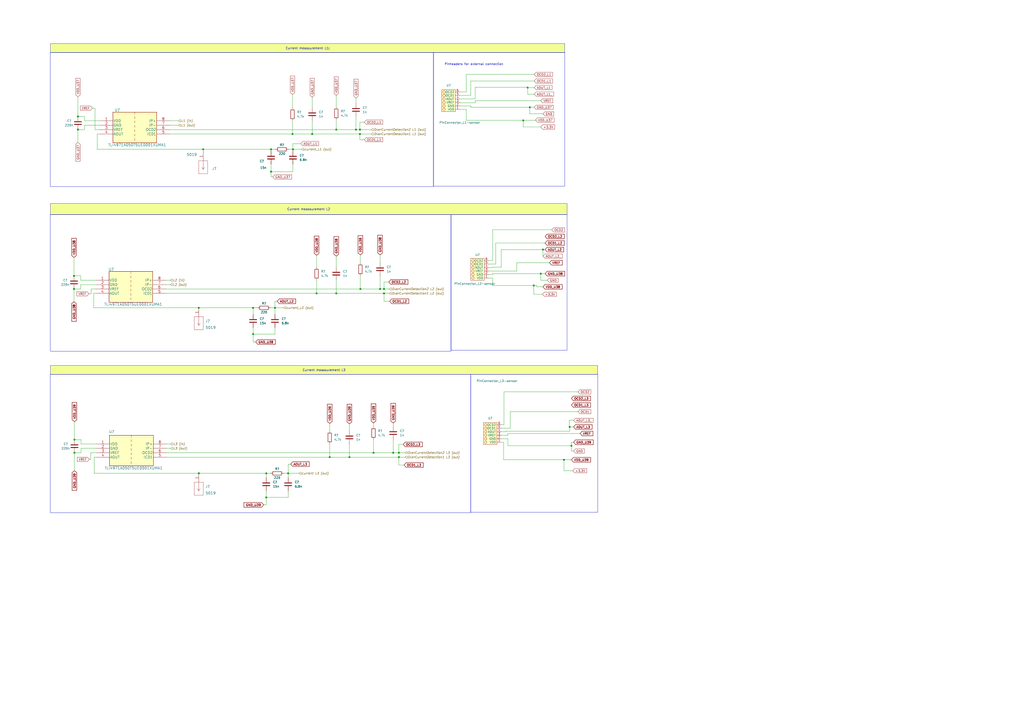
<source format=kicad_sch>
(kicad_sch (version 20231120) (generator "eeschema") (generator_version "8.0")
  (paper "A2")
  (title_block (title "3-phase DC/AC converter with SV-PWM") (date "2023-03-16") (rev "V. 1.1") (comment 1 "Ingrid Hovland") (comment 2 "Eirik Skorve Haugland") (comment 3 "Marius Englund"))
  (lib_symbols
    (symbol "Device:C" (pin_numbers hide) (pin_names (offset 0.254))
      (property "Reference" "C" (at 0.635 2.54 0))
      (property "Value" "C" (at 0.635 -2.54 0))
      (symbol "C_0_1"
        (polyline (pts (xy -2.032 -0.762) (xy 2.032 -0.762)) (stroke (width 0.508)))
        (polyline (pts (xy -2.032 0.762) (xy 2.032 0.762)) (stroke (width 0.508)))
      )
      (symbol "C_1_1"
        (pin passive line (at 0 3.81 270) (length 2.794) (name "~") (number "1"))
        (pin passive line (at 0 -3.81 90) (length 2.794) (name "~") (number "2"))
      )
    )
    (symbol "Device:R" (pin_numbers hide) (pin_names (offset 0))
      (property "Reference" "R" (at 2.032 0 90))
      (property "Value" "R" (at 0 0 90))
      (symbol "R_0_1"
        (rectangle (start -1.016 -2.54) (end 1.016 2.54) (stroke (width 0.254)))
      )
      (symbol "R_1_1"
        (pin passive line (at 0 3.81 270) (length 1.27) (name "~") (number "1"))
        (pin passive line (at 0 -3.81 90) (length 1.27) (name "~") (number "2"))
      )
    )
    (symbol "Infineon CRNTSNSR (TLI4971A050T5UE0001XUMA1):TLI4971A050T5UE0001XUMA1" (pin_names (offset 0.254))
      (property "Reference" "U8" (at 8.89 6.35 0))
      (property "Value" "TLI4971A050T5UE0001XUMA1" (at 21.59 -13.97 0))
      (symbol "TLI4971A050T5UE0001XUMA1_0_1"
        (polyline (pts (xy 20.32 -10.16) (xy 20.32 -11.43)))
        (polyline (pts (xy 20.32 -7.62) (xy 20.32 -8.89)))
        (polyline (pts (xy 20.32 -5.08) (xy 20.32 -6.35)))
        (polyline (pts (xy 20.32 -2.54) (xy 20.32 -3.81)))
        (polyline (pts (xy 20.32 0) (xy 20.32 -1.27)))
        (polyline (pts (xy 20.32 2.54) (xy 20.32 1.27)))
        (polyline (pts (xy 20.32 5.08) (xy 20.32 3.81)))
        (rectangle (start 7.62 5.08) (end 33.02 -12.7) (fill (type background)))
      )
      (symbol "TLI4971A050T5UE0001XUMA1_1_1"
        (polyline (pts (xy 7.62 -12.7) (xy 33.02 -12.7)) (stroke (width 0.127)))
        (polyline (pts (xy 7.62 5.08) (xy 7.62 -12.7)) (stroke (width 0.127)))
        (polyline (pts (xy 33.02 -12.7) (xy 33.02 5.08)) (stroke (width 0.127)))
        (polyline (pts (xy 33.02 5.08) (xy 7.62 5.08)) (stroke (width 0.127)))
        (pin unspecified line (at 0 0 0) (length 7.62) (name "VDD") (number "1"))
        (pin unspecified line (at 0 -2.54 0) (length 7.62) (name "GND") (number "2"))
        (pin unspecified line (at 0 -5.08 0) (length 7.62) (name "VREF") (number "3"))
        (pin unspecified line (at 0 -7.62 0) (length 7.62) (name "AOUT") (number "4"))
        (pin unspecified line (at 40.64 -7.62 180) (length 7.62) (name "ICD1") (number "5"))
        (pin unspecified line (at 40.64 -5.08 180) (length 7.62) (name "OCD2") (number "6"))
        (pin unspecified line (at 40.64 -2.54 180) (length 7.62) (name "IP-") (number "7"))
        (pin unspecified line (at 40.64 0 180) (length 7.62) (name "IP+") (number "8"))
      )
    )
    (symbol "Keystone-5019:5019" (pin_names (offset 0.254) hide)
      (property "Reference" "J" (at 8.89 6.35 0))
      (property "Value" "5019" (at 10.16 0 0))
      (symbol "5019_1_1"
        (polyline (pts (xy 5.08 -2.54) (xy 12.7 -2.54)) (stroke (width 0.127)))
        (polyline (pts (xy 5.08 2.54) (xy 5.08 -2.54)) (stroke (width 0.127)))
        (polyline (pts (xy 10.16 0) (xy 5.08 0)) (stroke (width 0.127)))
        (polyline (pts (xy 10.16 0) (xy 8.89 -0.8382)) (stroke (width 0.127)))
        (polyline (pts (xy 10.16 0) (xy 8.89 0.8382)) (stroke (width 0.127)))
        (polyline (pts (xy 12.7 -2.54) (xy 12.7 2.54)) (stroke (width 0.127)))
        (polyline (pts (xy 12.7 2.54) (xy 5.08 2.54)) (stroke (width 0.127)))
        (pin unspecified line (at 0 0 0) (length 5.08) (name "1") (number "1"))
      )
    )
    (symbol "Symbolbibliotek_hovedprosjekt:Strømsensor_PinHeaderConnector"
      (property "Reference" "U" (at 7.112 0.508 0))
      (symbol "Strømsensor_PinHeaderConnector_0_1"
        (circle (center -5.08 -5.334) (radius 0.7184))
        (circle (center -3.048 -5.334) (radius 0.7184))
        (circle (center -1.016 -5.334) (radius 0.7184))
        (circle (center 1.016 -5.334) (radius 0.7184))
        (circle (center 3.048 -5.334) (radius 0.7184))
        (circle (center 5.08 -5.334) (radius 0.7184))
      )
      (symbol "Strømsensor_PinHeaderConnector_1_1"
        (rectangle (start -6.35 1.27) (end 6.35 -6.604) (fill (type background)))
        (pin input line (at 5.08 3.81 270) (length 2.54) (name "VDD") (number "1"))
        (pin input line (at 3.048 3.81 270) (length 2.54) (name "GND") (number "2"))
        (pin input line (at 1.016 3.81 270) (length 2.54) (name "VREF") (number "3"))
        (pin input line (at -1.016 3.81 270) (length 2.54) (name "AOUT") (number "4"))
        (pin input line (at -3.048 3.81 270) (length 2.54) (name "OCD1") (number "5"))
        (pin input line (at -5.08 3.81 270) (length 2.54) (name "OCD2") (number "6"))
      )
    )
    (symbol "TLI4971A050T5UE0001XUMA1_1" (pin_names (offset 0.254))
      (property "Reference" "U10" (at 10.16 6.35 0))
      (property "Value" "TLI4971A050T5UE0001XUMA1_1" (at 21.59 -13.97 0))
      (symbol "TLI4971A050T5UE0001XUMA1_1_0_1"
        (polyline (pts (xy 20.32 -10.16) (xy 20.32 -11.43)))
        (polyline (pts (xy 20.32 -7.62) (xy 20.32 -8.89)))
        (polyline (pts (xy 20.32 -5.08) (xy 20.32 -6.35)))
        (polyline (pts (xy 20.32 -2.54) (xy 20.32 -3.81)))
        (polyline (pts (xy 20.32 0) (xy 20.32 -1.27)))
        (polyline (pts (xy 20.32 2.54) (xy 20.32 1.27)))
        (polyline (pts (xy 20.32 5.08) (xy 20.32 3.81)))
        (rectangle (start 7.62 5.08) (end 33.02 -12.7) (fill (type background)))
      )
      (symbol "TLI4971A050T5UE0001XUMA1_1_1_1"
        (polyline (pts (xy 7.62 -12.7) (xy 33.02 -12.7)) (stroke (width 0.127)))
        (polyline (pts (xy 7.62 5.08) (xy 7.62 -12.7)) (stroke (width 0.127)))
        (polyline (pts (xy 33.02 -12.7) (xy 33.02 5.08)) (stroke (width 0.127)))
        (polyline (pts (xy 33.02 5.08) (xy 7.62 5.08)) (stroke (width 0.127)))
        (pin unspecified line (at 0 0 0) (length 7.62) (name "VDD") (number "1"))
        (pin unspecified line (at 0 -2.54 0) (length 7.62) (name "GND") (number "2"))
        (pin unspecified line (at 0 -5.08 0) (length 7.62) (name "VREF") (number "3"))
        (pin unspecified line (at 0 -7.62 0) (length 7.62) (name "AOUT") (number "4"))
        (pin unspecified line (at 40.64 -7.62 180) (length 7.62) (name "ICD1") (number "5"))
        (pin unspecified line (at 40.64 -5.08 180) (length 7.62) (name "OCD2") (number "6"))
        (pin unspecified line (at 40.64 -2.54 180) (length 7.62) (name "IP-") (number "7"))
        (pin unspecified line (at 40.64 0 180) (length 7.62) (name "IP+") (number "8"))
      )
    )
    (symbol "TLI4971A050T5UE0001XUMA1_2" (pin_names (offset 0.254))
      (property "Reference" "U9" (at 8.89 6.35 0))
      (property "Value" "TLI4971A050T5UE0001XUMA1_2" (at 21.59 -13.97 0))
      (symbol "TLI4971A050T5UE0001XUMA1_2_0_1"
        (polyline (pts (xy 20.32 -10.16) (xy 20.32 -11.43)))
        (polyline (pts (xy 20.32 -7.62) (xy 20.32 -8.89)))
        (polyline (pts (xy 20.32 -5.08) (xy 20.32 -6.35)))
        (polyline (pts (xy 20.32 -2.54) (xy 20.32 -3.81)))
        (polyline (pts (xy 20.32 0) (xy 20.32 -1.27)))
        (polyline (pts (xy 20.32 2.54) (xy 20.32 1.27)))
        (polyline (pts (xy 20.32 5.08) (xy 20.32 3.81)))
        (rectangle (start 7.62 5.08) (end 33.02 -12.7) (fill (type background)))
      )
      (symbol "TLI4971A050T5UE0001XUMA1_2_1_1"
        (polyline (pts (xy 7.62 -12.7) (xy 33.02 -12.7)) (stroke (width 0.127)))
        (polyline (pts (xy 7.62 5.08) (xy 7.62 -12.7)) (stroke (width 0.127)))
        (polyline (pts (xy 33.02 -12.7) (xy 33.02 5.08)) (stroke (width 0.127)))
        (polyline (pts (xy 33.02 5.08) (xy 7.62 5.08)) (stroke (width 0.127)))
        (pin unspecified line (at 0 0 0) (length 7.62) (name "VDD") (number "1"))
        (pin unspecified line (at 0 -2.54 0) (length 7.62) (name "GND") (number "2"))
        (pin unspecified line (at 0 -5.08 0) (length 7.62) (name "VREF") (number "3"))
        (pin unspecified line (at 0 -7.62 0) (length 7.62) (name "AOUT") (number "4"))
        (pin unspecified line (at 40.64 -7.62 180) (length 7.62) (name "ICD1") (number "5"))
        (pin unspecified line (at 40.64 -5.08 180) (length 7.62) (name "OCD2") (number "6"))
        (pin unspecified line (at 40.64 -2.54 180) (length 7.62) (name "IP-") (number "7"))
        (pin unspecified line (at 40.64 0 180) (length 7.62) (name "IP+") (number "8"))
      )
    )
  )
  (junction (at 159.512 178.562))
  (junction (at 146.812 178.562))
  (junction (at 228.092 262.636))
  (junction (at 327.152 266.7))
  (junction (at 306.07 50.8))
  (junction (at 208.788 77.724))
  (junction (at 43.18 262.636))
  (junction (at 307.34 62.23))
  (junction (at 115.316 178.562))
  (junction (at 220.472 167.64))
  (junction (at 146.812 193.802))
  (junction (at 167.132 274.574))
  (junction (at 42.926 160.02))
  (junction (at 208.788 75.184))
  (junction (at 206.502 75.184))
  (junction (at 202.692 265.176))
  (junction (at 222.758 170.18))
  (junction (at 154.432 288.544))
  (junction (at 183.642 170.18))
  (junction (at 45.212 67.564))
  (junction (at 43.18 255.016))
  (junction (at 117.856 86.614))
  (junction (at 314.96 144.78))
  (junction (at 169.926 86.614))
  (junction (at 313.69 158.75))
  (junction (at 309.626 165.608))
  (junction (at 169.672 77.724))
  (junction (at 231.394 262.636))
  (junction (at 157.226 99.568))
  (junction (at 195.072 170.18))
  (junction (at 222.758 167.64))
  (junction (at 157.226 86.614))
  (junction (at 181.102 77.724))
  (junction (at 191.262 265.176))
  (junction (at 209.042 167.64))
  (junction (at 45.212 75.184))
  (junction (at 154.432 274.574))
  (junction (at 331.47 258.572))
  (junction (at 115.316 274.574))
  (junction (at 42.926 167.64))
  (junction (at 330.454 247.65))
  (junction (at 231.394 265.176))
  (junction (at 216.662 262.636))
  (junction (at 195.072 75.184))
  (junction (at 303.53 69.85))
  (wire (pts (xy 294.64 254.508) (xy 290.83 254.508)))
  (wire (pts (xy 54.61 265.176) (xy 54.61 274.574)))
  (wire (pts (xy 211.328 81.026) (xy 208.788 81.026)))
  (wire (pts (xy 208.788 70.866) (xy 208.788 75.184)))
  (wire (pts (xy 45.212 67.564) (xy 49.022 67.564)))
  (wire (pts (xy 290.83 154.94) (xy 290.83 144.78)))
  (wire (pts (xy 98.552 77.724) (xy 169.672 77.724)))
  (wire (pts (xy 115.316 274.066) (xy 115.316 274.574)))
  (wire (pts (xy 320.04 133.35) (xy 285.75 133.35)))
  (wire (pts (xy 285.75 151.13) (xy 283.464 151.13)))
  (wire (pts (xy 233.934 257.81) (xy 231.394 257.81)))
  (wire (pts (xy 181.102 77.724) (xy 208.788 77.724)))
  (wire (pts (xy 159.512 178.562) (xy 159.512 182.372)))
  (wire (pts (xy 168.656 269.24) (xy 167.132 269.24)))
  (wire (pts (xy 43.18 262.636) (xy 43.18 273.05)))
  (wire (pts (xy 228.092 245.364) (xy 228.092 247.396)))
  (wire (pts (xy 307.34 66.04) (xy 307.34 62.23)))
  (wire (pts (xy 222.758 170.18) (xy 222.758 174.752)))
  (wire (pts (xy 311.404 165.608) (xy 311.404 166.37)))
  (wire (pts (xy 52.832 170.434) (xy 52.832 167.64)))
  (wire (pts (xy 160.782 174.752) (xy 159.512 174.752)))
  (wire (pts (xy 52.578 266.446) (xy 51.816 266.446)))
  (wire (pts (xy 146.812 193.802) (xy 146.812 198.374)))
  (wire (pts (xy 216.662 245.364) (xy 216.662 247.396)))
  (wire (pts (xy 146.812 178.562) (xy 149.352 178.562)))
  (wire (pts (xy 216.662 255.016) (xy 216.662 262.636)))
  (wire (pts (xy 52.832 170.434) (xy 51.562 170.434)))
  (wire (pts (xy 54.356 178.562) (xy 54.356 170.18)))
  (wire (pts (xy 191.262 245.618) (xy 191.262 249.936)))
  (wire (pts (xy 195.072 55.372) (xy 195.072 61.976)))
  (wire (pts (xy 99.06 257.556) (xy 96.52 257.556)))
  (wire (pts (xy 327.152 266.7) (xy 331.47 266.7)))
  (wire (pts (xy 96.266 165.1) (xy 98.806 165.1)))
  (wire (pts (xy 285.75 155.194) (xy 283.464 155.194)))
  (wire (pts (xy 273.05 55.372) (xy 266.7 55.372)))
  (wire (pts (xy 225.552 163.576) (xy 222.758 163.576)))
  (wire (pts (xy 202.692 257.556) (xy 202.692 265.176)))
  (wire (pts (xy 211.328 70.866) (xy 208.788 70.866)))
  (wire (pts (xy 167.386 86.614) (xy 169.926 86.614)))
  (wire (pts (xy 157.226 86.614) (xy 157.226 87.63)))
  (wire (pts (xy 270.51 69.85) (xy 303.53 69.85)))
  (wire (pts (xy 303.53 73.66) (xy 303.53 69.85)))
  (wire (pts (xy 56.388 77.724) (xy 56.388 86.614)))
  (wire (pts (xy 46.99 260.096) (xy 55.88 260.096)))
  (wire (pts (xy 285.75 165.608) (xy 285.75 161.29)))
  (wire (pts (xy 208.788 77.724) (xy 215.392 77.724)))
  (wire (pts (xy 43.18 255.016) (xy 46.99 255.016)))
  (wire (pts (xy 270.51 63.5) (xy 266.7 63.5)))
  (wire (pts (xy 231.394 257.81) (xy 231.394 262.636)))
  (wire (pts (xy 290.83 144.78) (xy 314.96 144.78)))
  (wire (pts (xy 164.592 274.574) (xy 167.132 274.574)))
  (wire (pts (xy 159.512 189.992) (xy 159.512 193.802)))
  (wire (pts (xy 293.37 250.444) (xy 290.83 250.444)))
  (wire (pts (xy 295.91 248.412) (xy 290.83 248.412)))
  (wire (pts (xy 275.59 57.404) (xy 266.7 57.404)))
  (wire (pts (xy 169.926 86.614) (xy 169.926 87.63)))
  (wire (pts (xy 191.262 265.176) (xy 202.692 265.176)))
  (wire (pts (xy 330.2 243.84) (xy 330.2 247.65)))
  (wire (pts (xy 206.502 56.896) (xy 206.502 59.944)))
  (wire (pts (xy 309.626 165.608) (xy 309.626 170.688)))
  (wire (pts (xy 285.75 158.75) (xy 313.69 158.75)))
  (wire (pts (xy 154.432 288.544) (xy 154.432 292.862)))
  (wire (pts (xy 292.354 227.33) (xy 335.28 227.33)))
  (wire (pts (xy 46.736 162.56) (xy 46.736 160.02)))
  (wire (pts (xy 327.152 273.05) (xy 327.152 266.7)))
  (wire (pts (xy 294.64 251.46) (xy 336.55 251.46)))
  (wire (pts (xy 158.242 102.616) (xy 157.226 102.616)))
  (wire (pts (xy 167.132 269.24) (xy 167.132 274.574)))
  (wire (pts (xy 303.53 69.85) (xy 311.15 69.85)))
  (wire (pts (xy 208.788 77.724) (xy 208.788 81.026)))
  (wire (pts (xy 49.022 75.184) (xy 49.022 72.644)))
  (wire (pts (xy 169.672 54.864) (xy 169.672 62.484)))
  (wire (pts (xy 330.454 247.65) (xy 330.2 247.65)))
  (wire (pts (xy 49.022 67.564) (xy 49.022 70.104)))
  (wire (pts (xy 169.926 86.614) (xy 175.006 86.614)))
  (wire (pts (xy 220.472 160.02) (xy 220.472 167.64)))
  (wire (pts (xy 117.856 86.614) (xy 117.856 88.138)))
  (wire (pts (xy 157.226 99.568) (xy 157.226 102.616)))
  (wire (pts (xy 167.132 284.734) (xy 167.132 288.544)))
  (wire (pts (xy 52.578 266.446) (xy 52.578 262.636)))
  (wire (pts (xy 314.96 66.04) (xy 307.34 66.04)))
  (wire (pts (xy 183.642 148.082) (xy 183.642 154.94)))
  (wire (pts (xy 42.926 167.64) (xy 46.736 167.64)))
  (wire (pts (xy 270.51 43.18) (xy 270.51 53.34)))
  (wire (pts (xy 222.758 170.18) (xy 225.806 170.18)))
  (wire (pts (xy 285.75 154.94) (xy 290.83 154.94)))
  (wire (pts (xy 183.642 170.18) (xy 195.072 170.18)))
  (wire (pts (xy 285.75 159.258) (xy 283.464 159.258)))
  (wire (pts (xy 299.72 152.4) (xy 299.72 157.226)))
  (wire (pts (xy 206.502 75.184) (xy 208.788 75.184)))
  (wire (pts (xy 195.072 75.184) (xy 206.502 75.184)))
  (wire (pts (xy 195.072 148.59) (xy 195.072 154.94)))
  (wire (pts (xy 273.05 61.468) (xy 266.7 61.468)))
  (wire (pts (xy 42.926 167.64) (xy 42.926 175.006)))
  (wire (pts (xy 209.042 167.64) (xy 220.472 167.64)))
  (wire (pts (xy 46.99 255.016) (xy 46.99 257.556)))
  (wire (pts (xy 332.74 243.84) (xy 330.2 243.84)))
  (wire (pts (xy 231.394 269.748) (xy 231.394 265.176)))
  (wire (pts (xy 98.552 72.644) (xy 103.632 72.644)))
  (wire (pts (xy 220.472 167.64) (xy 222.758 167.64)))
  (wire (pts (xy 195.072 69.596) (xy 195.072 75.184)))
  (wire (pts (xy 115.57 274.066) (xy 115.57 274.574)))
  (wire (pts (xy 49.022 72.644) (xy 57.912 72.644)))
  (wire (pts (xy 146.812 193.802) (xy 146.812 189.992)))
  (wire (pts (xy 209.042 147.828) (xy 209.042 152.4)))
  (wire (pts (xy 96.52 262.636) (xy 216.662 262.636)))
  (wire (pts (xy 273.05 46.99) (xy 273.05 55.372)))
  (wire (pts (xy 292.354 227.33) (xy 292.354 246.38)))
  (wire (pts (xy 226.06 174.752) (xy 222.758 174.752)))
  (wire (pts (xy 270.51 69.85) (xy 270.51 63.5)))
  (wire (pts (xy 174.498 83.312) (xy 169.926 83.312)))
  (wire (pts (xy 45.212 75.184) (xy 49.022 75.184)))
  (wire (pts (xy 231.394 262.636) (xy 234.95 262.636)))
  (wire (pts (xy 309.88 54.61) (xy 306.07 54.61)))
  (wire (pts (xy 96.266 170.18) (xy 183.642 170.18)))
  (wire (pts (xy 216.662 262.636) (xy 228.092 262.636)))
  (wire (pts (xy 332.74 247.65) (xy 330.454 247.65)))
  (wire (pts (xy 169.672 77.724) (xy 181.102 77.724)))
  (wire (pts (xy 313.69 162.56) (xy 313.69 158.75)))
  (wire (pts (xy 154.432 284.734) (xy 154.432 288.544)))
  (wire (pts (xy 55.118 75.184) (xy 57.912 75.184)))
  (wire (pts (xy 195.072 162.56) (xy 195.072 170.18)))
  (wire (pts (xy 53.594 62.738) (xy 55.118 62.738)))
  (wire (pts (xy 283.464 153.162) (xy 287.528 153.162)))
  (wire (pts (xy 117.856 86.614) (xy 157.226 86.614)))
  (wire (pts (xy 54.61 274.574) (xy 115.316 274.574)))
  (wire (pts (xy 234.442 269.748) (xy 231.394 269.748)))
  (wire (pts (xy 222.758 167.64) (xy 225.806 167.64)))
  (wire (pts (xy 167.132 274.574) (xy 173.482 274.574)))
  (wire (pts (xy 99.06 260.096) (xy 96.52 260.096)))
  (wire (pts (xy 115.316 178.562) (xy 146.812 178.562)))
  (wire (pts (xy 294.64 251.46) (xy 294.64 252.476)))
  (wire (pts (xy 55.626 167.64) (xy 52.832 167.64)))
  (wire (pts (xy 294.64 254.508) (xy 294.64 258.572)))
  (wire (pts (xy 202.692 265.176) (xy 231.394 265.176)))
  (wire (pts (xy 52.578 262.636) (xy 55.88 262.636)))
  (wire (pts (xy 148.336 198.374) (xy 146.812 198.374)))
  (wire (pts (xy 157.226 86.614) (xy 159.766 86.614)))
  (wire (pts (xy 307.34 62.23) (xy 273.05 62.23)))
  (wire (pts (xy 55.118 62.738) (xy 55.118 75.184)))
  (wire (pts (xy 167.132 277.114) (xy 167.132 274.574)))
  (wire (pts (xy 54.61 265.176) (xy 55.88 265.176)))
  (wire (pts (xy 46.736 165.1) (xy 55.626 165.1)))
  (wire (pts (xy 266.7 59.69) (xy 266.7 59.436)))
  (wire (pts (xy 46.736 162.56) (xy 55.626 162.56)))
  (wire (pts (xy 183.642 162.56) (xy 183.642 170.18)))
  (wire (pts (xy 46.99 262.636) (xy 46.99 260.096)))
  (wire (pts (xy 191.262 257.556) (xy 191.262 265.176)))
  (wire (pts (xy 270.51 53.34) (xy 266.7 53.34)))
  (wire (pts (xy 314.96 144.78) (xy 316.23 144.78)))
  (wire (pts (xy 275.59 59.69) (xy 275.59 58.42)))
  (wire (pts (xy 195.072 170.18) (xy 222.758 170.18)))
  (wire (pts (xy 285.75 158.75) (xy 285.75 159.258)))
  (wire (pts (xy 292.1 256.54) (xy 290.83 256.54)))
  (wire (pts (xy 42.926 160.02) (xy 46.736 160.02)))
  (wire (pts (xy 295.91 238.76) (xy 295.91 248.412)))
  (wire (pts (xy 287.528 153.162) (xy 287.528 140.97)))
  (wire (pts (xy 209.042 160.02) (xy 209.042 167.64)))
  (wire (pts (xy 181.102 56.388) (xy 181.102 62.484)))
  (wire (pts (xy 275.59 50.546) (xy 306.07 50.546)))
  (wire (pts (xy 306.07 50.546) (xy 306.07 50.8)))
  (wire (pts (xy 43.18 244.602) (xy 43.18 255.016)))
  (wire (pts (xy 317.5 162.56) (xy 313.69 162.56)))
  (wire (pts (xy 330.454 250.19) (xy 330.454 247.65)))
  (wire (pts (xy 159.512 193.802) (xy 146.812 193.802)))
  (wire (pts (xy 309.626 170.688) (xy 314.706 170.688)))
  (wire (pts (xy 222.758 163.576) (xy 222.758 167.64)))
  (wire (pts (xy 331.47 261.62) (xy 332.74 261.62)))
  (wire (pts (xy 167.132 288.544) (xy 154.432 288.544)))
  (wire (pts (xy 331.47 258.572) (xy 331.47 261.62)))
  (wire (pts (xy 285.75 154.94) (xy 285.75 155.194)))
  (wire (pts (xy 159.512 178.562) (xy 164.592 178.562)))
  (wire (pts (xy 306.07 50.8) (xy 309.88 50.8)))
  (wire (pts (xy 54.356 170.18) (xy 55.626 170.18)))
  (wire (pts (xy 299.72 152.4) (xy 318.77 152.4)))
  (wire (pts (xy 56.388 86.614) (xy 117.856 86.614)))
  (wire (pts (xy 202.692 245.872) (xy 202.692 249.936)))
  (wire (pts (xy 98.552 75.184) (xy 195.072 75.184)))
  (wire (pts (xy 292.1 266.7) (xy 327.152 266.7)))
  (wire (pts (xy 290.83 246.38) (xy 292.354 246.38)))
  (wire (pts (xy 292.1 266.7) (xy 292.1 256.54)))
  (wire (pts (xy 285.75 165.608) (xy 309.626 165.608)))
  (wire (pts (xy 46.736 165.1) (xy 46.736 167.64)))
  (wire (pts (xy 169.926 99.568) (xy 157.226 99.568)))
  (wire (pts (xy 314.96 144.78) (xy 314.96 148.59)))
  (wire (pts (xy 98.552 70.104) (xy 103.632 70.104)))
  (wire (pts (xy 206.502 67.564) (xy 206.502 75.184)))
  (wire (pts (xy 228.092 255.016) (xy 228.092 262.636)))
  (wire (pts (xy 294.64 258.572) (xy 331.47 258.572)))
  (wire (pts (xy 285.75 161.29) (xy 283.464 161.29)))
  (wire (pts (xy 309.88 43.18) (xy 270.51 43.18)))
  (wire (pts (xy 156.972 178.562) (xy 159.512 178.562)))
  (wire (pts (xy 275.59 58.42) (xy 313.69 58.42)))
  (wire (pts (xy 331.47 256.54) (xy 332.74 256.54)))
  (wire (pts (xy 299.72 157.226) (xy 283.464 157.226)))
  (wire (pts (xy 56.388 77.724) (xy 57.912 77.724)))
  (wire (pts (xy 332.232 273.05) (xy 327.152 273.05)))
  (wire (pts (xy 294.64 252.476) (xy 290.83 252.476)))
  (wire (pts (xy 306.07 54.61) (xy 306.07 50.8)))
  (wire (pts (xy 43.18 262.636) (xy 46.99 262.636)))
  (wire (pts (xy 169.926 95.25) (xy 169.926 99.568)))
  (wire (pts (xy 157.226 95.25) (xy 157.226 99.568)))
  (wire (pts (xy 49.022 70.104) (xy 57.912 70.104)))
  (wire (pts (xy 275.59 50.546) (xy 275.59 57.404)))
  (wire (pts (xy 287.528 140.97) (xy 316.23 140.97)))
  (wire (pts (xy 309.626 165.608) (xy 311.404 165.608)))
  (wire (pts (xy 273.05 62.23) (xy 273.05 61.468)))
  (wire (pts (xy 169.926 83.312) (xy 169.926 86.614)))
  (wire (pts (xy 152.908 292.862) (xy 154.432 292.862)))
  (wire (pts (xy 330.454 250.19) (xy 293.37 250.19)))
  (wire (pts (xy 228.092 262.636) (xy 231.394 262.636)))
  (wire (pts (xy 220.472 147.828) (xy 220.472 152.4)))
  (wire (pts (xy 45.212 56.134) (xy 45.212 67.564)))
  (wire (pts (xy 98.806 162.56) (xy 96.266 162.56)))
  (wire (pts (xy 96.52 265.176) (xy 191.262 265.176)))
  (wire (pts (xy 285.75 133.35) (xy 285.75 151.13)))
  (wire (pts (xy 46.99 257.556) (xy 55.88 257.556)))
  (wire (pts (xy 303.53 73.66) (xy 313.69 73.66)))
  (wire (pts (xy 295.91 238.76) (xy 335.28 238.76)))
  (wire (pts (xy 311.404 166.37) (xy 314.96 166.37)))
  (wire (pts (xy 181.102 70.104) (xy 181.102 77.724)))
  (wire (pts (xy 266.7 59.69) (xy 275.59 59.69)))
  (wire (pts (xy 146.812 178.562) (xy 146.812 182.372)))
  (wire (pts (xy 293.37 250.19) (xy 293.37 250.444)))
  (wire (pts (xy 154.432 274.574) (xy 156.972 274.574)))
  (wire (pts (xy 309.88 62.23) (xy 307.34 62.23)))
  (wire (pts (xy 331.47 256.54) (xy 331.47 258.572)))
  (wire (pts (xy 169.672 70.104) (xy 169.672 77.724)))
  (wire (pts (xy 154.432 277.114) (xy 154.432 274.574)))
  (wire (pts (xy 54.356 178.562) (xy 115.316 178.562)))
  (wire (pts (xy 115.57 274.066) (xy 115.316 274.066)))
  (wire (pts (xy 42.926 149.352) (xy 42.926 160.02)))
  (wire (pts (xy 273.05 46.99) (xy 309.88 46.99)))
  (wire (pts (xy 231.394 265.176) (xy 234.95 265.176)))
  (wire (pts (xy 45.212 75.184) (xy 45.212 82.55)))
  (wire (pts (xy 159.512 174.752) (xy 159.512 178.562)))
  (wire (pts (xy 115.57 274.574) (xy 154.432 274.574)))
  (wire (pts (xy 96.266 167.64) (xy 209.042 167.64)))
  (wire (pts (xy 208.788 75.184) (xy 215.392 75.184)))
  (wire (pts (xy 316.23 158.75) (xy 313.69 158.75)))
  (rectangle (start 261.62 124.46) (end 328.93 203.2))
  (rectangle (start 29.21 124.46) (end 261.62 203.708))
  (rectangle (start 29.21 30.48) (end 251.46 108.204))
  (rectangle (start 29.21 217.17) (end 273.05 297.434))
  (rectangle (start 273.05 217.17) (end 346.71 297.18))
  (rectangle (start 251.46 30.48) (end 327.66 107.95))
  (text_box "Current meassurement L3\n\n" (at 29.21 212.09 0) (size 317.5 5.08) (fill (type color) (color 243 255 147 1)) (effects (font (size 1.27 1.27))))
  (text_box "Current meassurement L2\n" (at 29.21 118.11 0) (size 299.72 6.35) (fill (type color) (color 243 255 147 1)) (effects (font (size 1.27 1.27))))
  (text_box "Current meassurement L1:\n" (at 29.21 25.4 0) (size 298.45 5.08) (fill (type color) (color 243 255 147 1)) (effects (font (size 1.27 1.27))))
  (text "Pinheaders for external connection\n" (at 257.81 38.1 0) (effects (font (size 1.27 1.27)) (justify left bottom)))
  (global_label "GND_U37" (shape input) (at 45.212 82.55 270) (property "Intersheetrefs" "${INTERSHEET_REFS}" (effects (hide yes))))
  (global_label "+3.3V" (shape input) (at 332.232 273.05 0) (property "Intersheetrefs" "${INTERSHEET_REFS}" (effects (hide yes))))
  (global_label "AOUT_L3" (shape input) (at 168.656 269.24 0) (effects (font (bold yes))) (property "Intersheetrefs" "${INTERSHEET_REFS}" (effects (hide yes))))
  (global_label "VREF" (shape input) (at 51.562 170.434 180) (property "Intersheetrefs" "${INTERSHEET_REFS}" (effects (hide yes))))
  (global_label "OCD2_L1" (shape input) (at 309.88 43.18 0) (property "Intersheetrefs" "${INTERSHEET_REFS}" (effects (hide yes))))
  (global_label "VDD_U38" (shape input) (at 183.642 148.082 90) (effects (font (bold yes))) (property "Intersheetrefs" "${INTERSHEET_REFS}" (effects (hide yes))))
  (global_label "AOUT_L3" (shape input) (at 332.74 247.65 0) (effects (font (bold yes))) (property "Intersheetrefs" "${INTERSHEET_REFS}" (effects (hide yes))))
  (global_label "GND_U38" (shape input) (at 220.472 147.828 90) (effects (font (bold yes))) (property "Intersheetrefs" "${INTERSHEET_REFS}" (effects (hide yes))))
  (global_label "OCD2_L1" (shape input) (at 211.328 70.866 0) (property "Intersheetrefs" "${INTERSHEET_REFS}" (effects (hide yes))))
  (global_label "OCD1" (shape input) (at 335.28 238.76 0) (property "Intersheetrefs" "${INTERSHEET_REFS}" (effects (hide yes))))
  (global_label "AOUT_L2" (shape input) (at 316.23 144.78 0) (effects (font (bold yes))) (property "Intersheetrefs" "${INTERSHEET_REFS}" (effects (hide yes))))
  (global_label "VREF" (shape input) (at 318.77 152.4 0) (effects (font (bold yes))) (property "Intersheetrefs" "${INTERSHEET_REFS}" (effects (hide yes))))
  (global_label "VDD_U39" (shape input) (at 191.262 245.618 90) (effects (font (bold yes))) (property "Intersheetrefs" "${INTERSHEET_REFS}" (effects (hide yes))))
  (global_label "VREF" (shape input) (at 313.69 58.42 0) (property "Intersheetrefs" "${INTERSHEET_REFS}" (effects (hide yes))))
  (global_label "GND_U38" (shape input) (at 316.23 158.75 0) (effects (font (bold yes))) (property "Intersheetrefs" "${INTERSHEET_REFS}" (effects (hide yes))))
  (global_label "VDD_U37" (shape input) (at 45.212 56.134 90) (property "Intersheetrefs" "${INTERSHEET_REFS}" (effects (hide yes))))
  (global_label "OCD2" (shape input) (at 335.28 227.33 0) (property "Intersheetrefs" "${INTERSHEET_REFS}" (effects (hide yes))))
  (global_label "AOUT_L1" (shape input) (at 174.498 83.312 0) (property "Intersheetrefs" "${INTERSHEET_REFS}" (effects (hide yes))))
  (global_label "+3.3V" (shape input) (at 313.69 73.66 0) (property "Intersheetrefs" "${INTERSHEET_REFS}" (effects (hide yes))))
  (global_label "OCD2_L2" (shape input) (at 316.23 137.16 0) (effects (font (bold yes))) (property "Intersheetrefs" "${INTERSHEET_REFS}" (effects (hide yes))))
  (global_label "VREF" (shape input) (at 53.594 62.738 180) (property "Intersheetrefs" "${INTERSHEET_REFS}" (effects (hide yes))))
  (global_label "VDD_U38" (shape input) (at 209.042 147.828 90) (effects (font (bold yes))) (property "Intersheetrefs" "${INTERSHEET_REFS}" (effects (hide yes))))
  (global_label "VDD_U39" (shape input) (at 331.47 266.7 0) (effects (font (bold yes))) (property "Intersheetrefs" "${INTERSHEET_REFS}" (effects (hide yes))))
  (global_label "GND_U37" (shape input) (at 181.102 56.388 90) (property "Intersheetrefs" "${INTERSHEET_REFS}" (effects (hide yes))))
  (global_label "GND_U39" (shape input) (at 202.692 245.872 90) (effects (font (bold yes))) (property "Intersheetrefs" "${INTERSHEET_REFS}" (effects (hide yes))))
  (global_label "+3.3V" (shape input) (at 314.706 170.688 0) (property "Intersheetrefs" "${INTERSHEET_REFS}" (effects (hide yes))))
  (global_label "GND" (shape input) (at 332.74 261.62 0) (property "Intersheetrefs" "${INTERSHEET_REFS}" (effects (hide yes))))
  (global_label "OCD1_L2" (shape input) (at 226.06 174.752 0) (effects (font (bold yes))) (property "Intersheetrefs" "${INTERSHEET_REFS}" (effects (hide yes))))
  (global_label "GND_U37" (shape input) (at 158.242 102.616 0) (property "Intersheetrefs" "${INTERSHEET_REFS}" (effects (hide yes))))
  (global_label "VDD_U37" (shape input) (at 169.672 54.864 90) (property "Intersheetrefs" "${INTERSHEET_REFS}" (effects (hide yes))))
  (global_label "OCD1_L1" (shape input) (at 211.328 81.026 0) (property "Intersheetrefs" "${INTERSHEET_REFS}" (effects (hide yes))))
  (global_label "GND" (shape input) (at 317.5 162.56 0) (property "Intersheetrefs" "${INTERSHEET_REFS}" (effects (hide yes))))
  (global_label "GND_U39" (shape input) (at 43.18 273.05 270) (effects (font (bold yes))) (property "Intersheetrefs" "${INTERSHEET_REFS}" (effects (hide yes))))
  (global_label "VDD_U37" (shape input) (at 195.072 55.372 90) (property "Intersheetrefs" "${INTERSHEET_REFS}" (effects (hide yes))))
  (global_label "AOUT_L3_" (shape input) (at 332.74 243.84 0) (property "Intersheetrefs" "${INTERSHEET_REFS}" (effects (hide yes))))
  (global_label "GND_U37" (shape input) (at 206.502 56.896 90) (property "Intersheetrefs" "${INTERSHEET_REFS}" (effects (hide yes))))
  (global_label "GND_U39" (shape input) (at 152.908 292.862 180) (effects (font (bold yes))) (property "Intersheetrefs" "${INTERSHEET_REFS}" (effects (hide yes))))
  (global_label "GND_U37" (shape input) (at 309.88 62.23 0) (property "Intersheetrefs" "${INTERSHEET_REFS}" (effects (hide yes))))
  (global_label "GND_U39" (shape input) (at 332.74 256.54 0) (effects (font (bold yes))) (property "Intersheetrefs" "${INTERSHEET_REFS}" (effects (hide yes))))
  (global_label "AOUT_L2_" (shape input) (at 314.96 148.59 0) (property "Intersheetrefs" "${INTERSHEET_REFS}" (effects (hide yes))))
  (global_label "OCD1_L2" (shape input) (at 316.23 140.97 0) (effects (font (bold yes))) (property "Intersheetrefs" "${INTERSHEET_REFS}" (effects (hide yes))))
  (global_label "GND_U38" (shape input) (at 42.926 175.006 270) (effects (font (bold yes))) (property "Intersheetrefs" "${INTERSHEET_REFS}" (effects (hide yes))))
  (global_label "OCD2_L3" (shape input) (at 233.934 257.81 0) (effects (font (bold yes))) (property "Intersheetrefs" "${INTERSHEET_REFS}" (effects (hide yes))))
  (global_label "OCD2_L2" (shape input) (at 225.552 163.576 0) (effects (font (bold yes))) (property "Intersheetrefs" "${INTERSHEET_REFS}" (effects (hide yes))))
  (global_label "AOUT_L1_" (shape input) (at 309.88 54.61 0) (property "Intersheetrefs" "${INTERSHEET_REFS}" (effects (hide yes))))
  (global_label "OCD1_L3" (shape input) (at 331.47 234.95 0) (effects (font (bold yes))) (property "Intersheetrefs" "${INTERSHEET_REFS}" (effects (hide yes))))
  (global_label "OCD2_L3" (shape input) (at 331.47 231.14 0) (effects (font (bold yes))) (property "Intersheetrefs" "${INTERSHEET_REFS}" (effects (hide yes))))
  (global_label "VDD_U38" (shape input) (at 314.96 166.37 0) (effects (font (bold yes))) (property "Intersheetrefs" "${INTERSHEET_REFS}" (effects (hide yes))))
  (global_label "OCD1_L1" (shape input) (at 309.88 46.99 0) (property "Intersheetrefs" "${INTERSHEET_REFS}" (effects (hide yes))))
  (global_label "GND_U38" (shape input) (at 195.072 148.59 90) (effects (font (bold yes))) (property "Intersheetrefs" "${INTERSHEET_REFS}" (effects (hide yes))))
  (global_label "OCD1_L3" (shape input) (at 234.442 269.748 0) (effects (font (bold yes))) (property "Intersheetrefs" "${INTERSHEET_REFS}" (effects (hide yes))))
  (global_label "AOUT_L1" (shape input) (at 309.88 50.8 0) (property "Intersheetrefs" "${INTERSHEET_REFS}" (effects (hide yes))))
  (global_label "GND" (shape input) (at 314.96 66.04 0) (property "Intersheetrefs" "${INTERSHEET_REFS}" (effects (hide yes))))
  (global_label "VDD_U39" (shape input) (at 216.662 245.364 90) (effects (font (bold yes))) (property "Intersheetrefs" "${INTERSHEET_REFS}" (effects (hide yes))))
  (global_label "VDD_U37" (shape input) (at 310.642 69.596 0) (property "Intersheetrefs" "${INTERSHEET_REFS}" (effects (hide yes))))
  (global_label "GND_U38" (shape input) (at 148.336 198.374 0) (effects (font (bold yes))) (property "Intersheetrefs" "${INTERSHEET_REFS}" (effects (hide yes))))
  (global_label "VDD_U38" (shape input) (at 42.926 149.352 90) (effects (font (bold yes))) (property "Intersheetrefs" "${INTERSHEET_REFS}" (effects (hide yes))))
  (global_label "VREF" (shape input) (at 336.55 251.46 0) (effects (font (bold yes))) (property "Intersheetrefs" "${INTERSHEET_REFS}" (effects (hide yes))))
  (global_label "OCD2" (shape input) (at 320.04 133.35 0) (property "Intersheetrefs" "${INTERSHEET_REFS}" (effects (hide yes))))
  (global_label "AOUT_L2" (shape input) (at 160.782 174.752 0) (effects (font (bold yes))) (property "Intersheetrefs" "${INTERSHEET_REFS}" (effects (hide yes))))
  (global_label "VDD_U39" (shape input) (at 43.18 244.602 90) (effects (font (bold yes))) (property "Intersheetrefs" "${INTERSHEET_REFS}" (effects (hide yes))))
  (global_label "VREF" (shape input) (at 51.816 266.446 180) (property "Intersheetrefs" "${INTERSHEET_REFS}" (effects (hide yes))))
  (global_label "GND_U39" (shape input) (at 228.092 245.364 90) (effects (font (bold yes))) (property "Intersheetrefs" "${INTERSHEET_REFS}" (effects (hide yes))))
  (hierarchical_label "current_L2 (out)" (shape input) (at 164.592 178.562 0) (effects (font (italic yes))))
  (hierarchical_label "L3 (out)" (shape input) (at 99.06 260.096 0) (effects (font (italic yes))))
  (hierarchical_label "OverCurrentDetection2 L3 (out)" (shape input) (at 234.95 262.636 0) (effects (font (italic yes))))
  (hierarchical_label "L2 (in)" (shape input) (at 98.806 162.56 0) (effects (font (italic yes))))
  (hierarchical_label "OverCurrentDetection2 L1 (out)" (shape input) (at 215.392 75.184 0) (effects (font (italic yes))))
  (hierarchical_label "OverCurrentDetection1 L1 (out)" (shape input) (at 215.392 77.724 0) (effects (font (italic yes))))
  (hierarchical_label "L3 (in)" (shape input) (at 99.06 257.556 0) (effects (font (italic yes))))
  (hierarchical_label "current_L1 (out)" (shape input) (at 175.006 86.614 0) (effects (font (italic yes))))
  (hierarchical_label "current L3 (out)" (shape input) (at 173.482 274.574 0) (effects (font (italic yes))))
  (hierarchical_label "OverCurrentDetection1 L3 (out)" (shape input) (at 234.95 265.176 0) (effects (font (italic yes))))
  (hierarchical_label "L1 (out)" (shape input) (at 103.632 72.644 0) (effects (font (italic yes))))
  (hierarchical_label "L1 (in)" (shape input) (at 103.632 70.104 0) (effects (font (italic yes))))
  (hierarchical_label "OverCurrentDetection1 L2 (out)" (shape input) (at 225.806 170.18 0) (effects (font (italic yes))))
  (hierarchical_label "OverCurrentDetection2 L2 (out)" (shape input) (at 225.806 167.64 0) (effects (font (italic yes))))
  (hierarchical_label "L2 (out)" (shape input) (at 98.806 165.1 0) (effects (font (italic yes))))
  (symbol (lib_id "Device:C") (at 220.472 156.21 0) (unit 1)
    (property "Reference" "C?" (at 224.282 154.9399 0) (effects (justify left)))
    (property "Value" "1n" (at 224.282 157.4799 0) (effects (justify left)))
    (property "Footprint" "Capacitor_SMD:C_1206_3216Metric_Pad1.33x1.80mm_HandSolder" (effects (hide yes)))
  )
  (symbol (lib_id "Symbolbibliotek_hovedprosjekt:Strømsensor_PinHeaderConnector") (at 262.89 58.42 270) (unit 1)
    (property "Reference" "U?" (at 260.223 49.53 90))
    (property "Value" "PinConnector_L1-sensor" (at 266.7 71.12 90))
    (property "Footprint" "FootprintLib_ErlingOgHaraldV24:6PinHeaderConnector_Strømsensor" (effects (hide yes)))
  )
  (symbol (lib_id "Device:C") (at 202.692 253.746 0) (unit 1)
    (property "Reference" "C?" (at 206.502 252.4759 0) (effects (justify left)))
    (property "Value" "1n" (at 206.502 255.0159 0) (effects (justify left)))
    (property "Footprint" "Capacitor_SMD:C_1206_3216Metric_Pad1.33x1.80mm_HandSolder" (effects (hide yes)))
  )
  (symbol (lib_id "Device:C") (at 195.072 158.75 0) (unit 1)
    (property "Reference" "C?" (at 198.882 157.4799 0) (effects (justify left)))
    (property "Value" "1n" (at 198.882 160.0199 0) (effects (justify left)))
    (property "Footprint" "Capacitor_SMD:C_1206_3216Metric_Pad1.33x1.80mm_HandSolder" (effects (hide yes)))
  )
  (symbol (lib_id "Device:C") (at 157.226 91.44 0) (unit 1)
    (property "Reference" "C?" (at 150.622 93.472 0) (effects (justify left)))
    (property "Value" "15n" (at 150.876 97.282 0) (effects (justify left)))
    (property "Footprint" "Capacitor_SMD:C_1206_3216Metric_Pad1.33x1.80mm_HandSolder" (effects (hide yes)))
  )
  (symbol (lib_id "Keystone-5019:5019") (at 115.316 178.562 270) (unit 1)
    (property "Reference" "J?" (at 119.126 186.182 90) (effects (font (size 1.524 1.524)) (justify left)))
    (property "Value" "5019" (at 119.126 189.992 90) (effects (font (size 1.524 1.524)) (justify left)))
    (property "Footprint" "SVPWM-LIB-footprints:Keystone-5019" (effects (hide yes)))
  )
  (symbol (lib_id "Device:R") (at 183.642 158.75 0) (unit 1)
    (property "Reference" "R?" (at 186.182 157.4799 0) (effects (justify left)))
    (property "Value" "4.7k" (at 186.182 160.0199 0) (effects (justify left)))
    (property "Footprint" "Resistor_SMD:R_1206_3216Metric_Pad1.30x1.75mm_HandSolder" (effects (hide yes)))
  )
  (symbol (lib_id "Device:C") (at 154.432 280.924 0) (unit 1)
    (property "Reference" "C?" (at 158.242 279.6539 0) (effects (justify left)))
    (property "Value" "15n" (at 158.242 282.1939 0) (effects (justify left)))
    (property "Footprint" "Capacitor_SMD:C_1206_3216Metric_Pad1.33x1.80mm_HandSolder" (effects (hide yes)))
  )
  (symbol (lib_id "Symbolbibliotek_hovedprosjekt:Strømsensor_PinHeaderConnector") (at 279.654 156.21 270) (unit 1)
    (property "Reference" "U?" (at 276.987 147.828 90))
    (property "Value" "PinConnector_L2-sensor" (at 275.336 164.592 90))
    (property "Footprint" "FootprintLib_ErlingOgHaraldV24:6PinHeaderConnector_Strømsensor" (effects (hide yes)))
  )
  (symbol (lib_id "Keystone-5019:5019") (at 115.316 274.574 270) (unit 1)
    (property "Reference" "J?" (at 119.126 282.194 90) (effects (font (size 1.524 1.524)) (justify left)))
    (property "Value" "5019" (at 119.126 286.004 90) (effects (font (size 1.524 1.524)) (justify left)))
    (property "Footprint" "SVPWM-LIB-footprints:Keystone-5019" (effects (hide yes)))
  )
  (symbol (lib_id "Infineon CRNTSNSR (TLI4971A050T5UE0001XUMA1):TLI4971A050T5UE0001XUMA1") (at 55.88 257.556 0) (unit 1)
    (property "Reference" "U?" (at 64.77 250.444 0) (effects (font (size 1.524 1.524))))
    (property "Value" "TLI4971A050T5UE0001XUMA1" (at 77.47 271.526 0) (effects (font (size 1.524 1.524))))
    (property "Footprint" "SVPWM-LIB-footprints:TLI4971A050T5UE0001XUMA1" (effects (hide yes)))
  )
  (symbol (lib_id "Device:C") (at 228.092 251.206 0) (unit 1)
    (property "Reference" "C?" (at 231.902 249.9359 0) (effects (justify left)))
    (property "Value" "1n" (at 231.902 252.4759 0) (effects (justify left)))
    (property "Footprint" "Capacitor_SMD:C_1206_3216Metric_Pad1.33x1.80mm_HandSolder" (effects (hide yes)))
  )
  (symbol (lib_id "Device:C") (at 43.18 258.826 0) (unit 1)
    (property "Reference" "C?" (at 36.83 257.556 0) (effects (justify left)))
    (property "Value" "220n" (at 35.56 260.096 0) (effects (justify left)))
    (property "Footprint" "Capacitor_SMD:C_1206_3216Metric_Pad1.33x1.80mm_HandSolder" (effects (hide yes)))
  )
  (symbol (lib_id "Device:R") (at 216.662 251.206 0) (unit 1)
    (property "Reference" "R?" (at 219.202 249.9359 0) (effects (justify left)))
    (property "Value" "4.7k" (at 219.202 252.4759 0) (effects (justify left)))
    (property "Footprint" "Resistor_SMD:R_1206_3216Metric_Pad1.30x1.75mm_HandSolder" (effects (hide yes)))
  )
  (symbol (lib_id "Device:R") (at 163.576 86.614 90) (unit 1)
    (property "Reference" "R?" (at 163.576 84.074 90))
    (property "Value" "220" (at 163.576 89.154 90))
    (property "Footprint" "Resistor_SMD:R_1206_3216Metric_Pad1.30x1.75mm_HandSolder" (effects (hide yes)))
  )
  (symbol (lib_name "TLI4971A050T5UE0001XUMA1_2") (lib_id "Infineon CRNTSNSR (TLI4971A050T5UE0001XUMA1):TLI4971A050T5UE0001XUMA1") (at 55.626 162.56 0) (unit 1)
    (property "Reference" "U?" (at 64.516 156.21 0) (effects (font (size 1.524 1.524))))
    (property "Value" "TLI4971A050T5UE0001XUMA1" (at 77.216 176.53 0) (effects (font (size 1.524 1.524))))
    (property "Footprint" "SVPWM-LIB-footprints:TLI4971A050T5UE0001XUMA1" (effects (hide yes)))
  )
  (symbol (lib_id "Device:R") (at 191.262 253.746 0) (unit 1)
    (property "Reference" "R?" (at 193.802 252.4759 0) (effects (justify left)))
    (property "Value" "4.7k" (at 193.802 255.0159 0) (effects (justify left)))
    (property "Footprint" "Resistor_SMD:R_1206_3216Metric_Pad1.30x1.75mm_HandSolder" (effects (hide yes)))
  )
  (symbol (lib_id "Symbolbibliotek_hovedprosjekt:Strømsensor_PinHeaderConnector") (at 287.02 251.46 270) (unit 1)
    (property "Reference" "U?" (at 284.353 242.57 90))
    (property "Value" "PinConnector_L3-sensor" (at 288.29 220.98 90))
    (property "Footprint" "FootprintLib_ErlingOgHaraldV24:6PinHeaderConnector_Strømsensor" (effects (hide yes)))
  )
  (symbol (lib_name "TLI4971A050T5UE0001XUMA1_1") (lib_id "Infineon CRNTSNSR (TLI4971A050T5UE0001XUMA1):TLI4971A050T5UE0001XUMA1") (at 57.912 70.104 0) (unit 1)
    (property "Reference" "U?" (at 68.072 63.754 0) (effects (font (size 1.524 1.524))))
    (property "Value" "TLI4971A050T5UE0001XUMA1" (at 79.502 84.074 0) (effects (font (size 1.524 1.524))))
    (property "Footprint" "SVPWM-LIB-footprints:TLI4971A050T5UE0001XUMA1" (effects (hide yes)))
  )
  (symbol (lib_id "Device:R") (at 153.162 178.562 90) (unit 1)
    (property "Reference" "R?" (at 153.162 176.022 90))
    (property "Value" "220" (at 153.162 181.102 90))
    (property "Footprint" "Resistor_SMD:R_1206_3216Metric_Pad1.30x1.75mm_HandSolder" (effects (hide yes)))
  )
  (symbol (lib_id "Device:C") (at 181.102 66.294 0) (unit 1)
    (property "Reference" "C?" (at 184.912 65.0239 0) (effects (justify left)))
    (property "Value" "1n" (at 184.912 67.5639 0) (effects (justify left)))
    (property "Footprint" "Capacitor_SMD:C_1206_3216Metric_Pad1.33x1.80mm_HandSolder" (effects (hide yes)))
  )
  (symbol (lib_id "Device:C") (at 167.132 280.924 0) (unit 1)
    (property "Reference" "C?" (at 170.942 279.6539 0) (effects (justify left)))
    (property "Value" "6.8n" (at 170.942 282.1939 0) (effects (justify left)))
    (property "Footprint" "Capacitor_SMD:C_1206_3216Metric_Pad1.33x1.80mm_HandSolder" (effects (hide yes)))
  )
  (symbol (lib_id "Device:C") (at 45.212 71.374 0) (unit 1)
    (property "Reference" "C?" (at 38.862 70.104 0) (effects (justify left)))
    (property "Value" "220n" (at 37.592 72.644 0) (effects (justify left)))
    (property "Footprint" "Capacitor_SMD:C_1206_3216Metric_Pad1.33x1.80mm_HandSolder" (effects (hide yes)))
  )
  (symbol (lib_id "Device:C") (at 146.812 186.182 0) (unit 1)
    (property "Reference" "C?" (at 150.622 184.9119 0) (effects (justify left)))
    (property "Value" "15n" (at 150.622 187.4519 0) (effects (justify left)))
    (property "Footprint" "Capacitor_SMD:C_1206_3216Metric_Pad1.33x1.80mm_HandSolder" (effects (hide yes)))
  )
  (symbol (lib_id "Keystone-5019:5019") (at 117.856 88.138 270) (unit 1)
    (property "Reference" "J?" (at 122.936 97.79 90) (effects (font (size 1.524 1.524)) (justify left)))
    (property "Value" "5019" (at 108.204 89.662 90) (effects (font (size 1.524 1.524)) (justify left)))
    (property "Footprint" "SVPWM-LIB-footprints:Keystone-5019" (effects (hide yes)))
  )
  (symbol (lib_id "Device:R") (at 209.042 156.21 0) (unit 1)
    (property "Reference" "R?" (at 211.582 154.9399 0) (effects (justify left)))
    (property "Value" "4.7k" (at 211.582 157.4799 0) (effects (justify left)))
    (property "Footprint" "Resistor_SMD:R_1206_3216Metric_Pad1.30x1.75mm_HandSolder" (effects (hide yes)))
  )
  (symbol (lib_id "Device:R") (at 169.672 66.294 0) (unit 1)
    (property "Reference" "R?" (at 172.212 65.024 0) (effects (justify left)))
    (property "Value" "4.7k" (at 172.212 67.564 0) (effects (justify left)))
    (property "Footprint" "Resistor_SMD:R_1206_3216Metric_Pad1.30x1.75mm_HandSolder" (effects (hide yes)))
  )
  (symbol (lib_id "Device:C") (at 206.502 63.754 0) (unit 1)
    (property "Reference" "C?" (at 210.312 62.4839 0) (effects (justify left)))
    (property "Value" "1n" (at 210.312 65.0239 0) (effects (justify left)))
    (property "Footprint" "Capacitor_SMD:C_1206_3216Metric_Pad1.33x1.80mm_HandSolder" (effects (hide yes)))
  )
  (symbol (lib_id "Device:C") (at 159.512 186.182 0) (unit 1)
    (property "Reference" "C?" (at 163.322 184.9119 0) (effects (justify left)))
    (property "Value" "6.8n" (at 163.322 187.4519 0) (effects (justify left)))
    (property "Footprint" "Capacitor_SMD:C_1206_3216Metric_Pad1.33x1.80mm_HandSolder" (effects (hide yes)))
  )
  (symbol (lib_id "Device:R") (at 160.782 274.574 90) (unit 1)
    (property "Reference" "R?" (at 160.782 272.034 90))
    (property "Value" "220" (at 160.782 277.114 90))
    (property "Footprint" "Resistor_SMD:R_1206_3216Metric_Pad1.30x1.75mm_HandSolder" (effects (hide yes)))
  )
  (symbol (lib_id "Device:R") (at 195.072 65.786 0) (unit 1)
    (property "Reference" "R?" (at 197.612 64.5159 0) (effects (justify left)))
    (property "Value" "4.7k" (at 197.612 67.0559 0) (effects (justify left)))
    (property "Footprint" "Resistor_SMD:R_1206_3216Metric_Pad1.30x1.75mm_HandSolder" (effects (hide yes)))
  )
  (symbol (lib_id "Device:C") (at 42.926 163.83 0) (unit 1)
    (property "Reference" "C?" (at 36.576 162.56 0) (effects (justify left)))
    (property "Value" "220n" (at 35.306 165.1 0) (effects (justify left)))
    (property "Footprint" "Capacitor_SMD:C_1206_3216Metric_Pad1.33x1.80mm_HandSolder" (effects (hide yes)))
  )
  (symbol (lib_id "Device:C") (at 169.926 91.44 0) (unit 1)
    (property "Reference" "C?" (at 173.736 90.1699 0) (effects (justify left)))
    (property "Value" "6.8n" (at 173.736 92.7099 0) (effects (justify left)))
    (property "Footprint" "Capacitor_SMD:C_1206_3216Metric_Pad1.33x1.80mm_HandSolder" (effects (hide yes)))
  )
)
</source>
